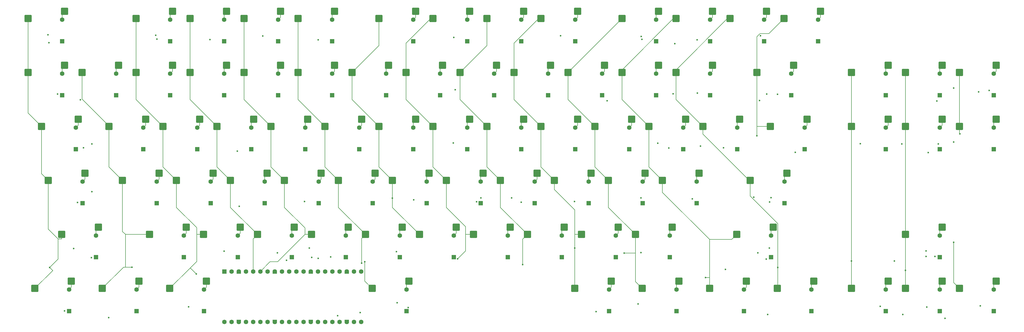
<source format=gbr>
%TF.GenerationSoftware,KiCad,Pcbnew,9.0.3*%
%TF.CreationDate,2025-08-10T17:49:01+02:00*%
%TF.ProjectId,Lucenox,4c756365-6e6f-4782-9e6b-696361645f70,rev?*%
%TF.SameCoordinates,Original*%
%TF.FileFunction,Copper,L4,Bot*%
%TF.FilePolarity,Positive*%
%FSLAX46Y46*%
G04 Gerber Fmt 4.6, Leading zero omitted, Abs format (unit mm)*
G04 Created by KiCad (PCBNEW 9.0.3) date 2025-08-10 17:49:01*
%MOMM*%
%LPD*%
G01*
G04 APERTURE LIST*
G04 Aperture macros list*
%AMRoundRect*
0 Rectangle with rounded corners*
0 $1 Rounding radius*
0 $2 $3 $4 $5 $6 $7 $8 $9 X,Y pos of 4 corners*
0 Add a 4 corners polygon primitive as box body*
4,1,4,$2,$3,$4,$5,$6,$7,$8,$9,$2,$3,0*
0 Add four circle primitives for the rounded corners*
1,1,$1+$1,$2,$3*
1,1,$1+$1,$4,$5*
1,1,$1+$1,$6,$7*
1,1,$1+$1,$8,$9*
0 Add four rect primitives between the rounded corners*
20,1,$1+$1,$2,$3,$4,$5,0*
20,1,$1+$1,$4,$5,$6,$7,0*
20,1,$1+$1,$6,$7,$8,$9,0*
20,1,$1+$1,$8,$9,$2,$3,0*%
%AMFreePoly0*
4,1,37,0.000000,0.796148,0.078414,0.796148,0.232228,0.765552,0.377117,0.705537,0.507515,0.618408,0.618408,0.507515,0.705537,0.377117,0.765552,0.232228,0.796148,0.078414,0.796148,-0.078414,0.765552,-0.232228,0.705537,-0.377117,0.618408,-0.507515,0.507515,-0.618408,0.377117,-0.705537,0.232228,-0.765552,0.078414,-0.796148,0.000000,-0.796148,0.000000,-0.800000,-0.600000,-0.800000,
-0.603843,-0.796157,-0.639018,-0.796157,-0.711114,-0.766294,-0.766294,-0.711114,-0.796157,-0.639018,-0.796157,-0.603843,-0.800000,-0.600000,-0.800000,0.600000,-0.796157,0.603843,-0.796157,0.639018,-0.766294,0.711114,-0.711114,0.766294,-0.639018,0.796157,-0.603843,0.796157,-0.600000,0.800000,0.000000,0.800000,0.000000,0.796148,0.000000,0.796148,$1*%
%AMFreePoly1*
4,1,37,0.603843,0.796157,0.639018,0.796157,0.711114,0.766294,0.766294,0.711114,0.796157,0.639018,0.796157,0.603843,0.800000,0.600000,0.800000,-0.600000,0.796157,-0.603843,0.796157,-0.639018,0.766294,-0.711114,0.711114,-0.766294,0.639018,-0.796157,0.603843,-0.796157,0.600000,-0.800000,0.000000,-0.800000,0.000000,-0.796148,-0.078414,-0.796148,-0.232228,-0.765552,-0.377117,-0.705537,
-0.507515,-0.618408,-0.618408,-0.507515,-0.705537,-0.377117,-0.765552,-0.232228,-0.796148,-0.078414,-0.796148,0.078414,-0.765552,0.232228,-0.705537,0.377117,-0.618408,0.507515,-0.507515,0.618408,-0.377117,0.705537,-0.232228,0.765552,-0.078414,0.796148,0.000000,0.796148,0.000000,0.800000,0.600000,0.800000,0.603843,0.796157,0.603843,0.796157,$1*%
G04 Aperture macros list end*
%TA.AperFunction,ComponentPad*%
%ADD10RoundRect,0.250000X0.550000X-0.550000X0.550000X0.550000X-0.550000X0.550000X-0.550000X-0.550000X0*%
%TD*%
%TA.AperFunction,ComponentPad*%
%ADD11C,1.600000*%
%TD*%
%TA.AperFunction,SMDPad,CuDef*%
%ADD12RoundRect,0.250000X-1.025000X-1.000000X1.025000X-1.000000X1.025000X1.000000X-1.025000X1.000000X0*%
%TD*%
%TA.AperFunction,ComponentPad*%
%ADD13FreePoly0,270.000000*%
%TD*%
%TA.AperFunction,ComponentPad*%
%ADD14FreePoly1,270.000000*%
%TD*%
%TA.AperFunction,ComponentPad*%
%ADD15RoundRect,0.200000X-0.600000X0.600000X-0.600000X-0.600000X0.600000X-0.600000X0.600000X0.600000X0*%
%TD*%
%TA.AperFunction,ViaPad*%
%ADD16C,0.600000*%
%TD*%
%TA.AperFunction,Conductor*%
%ADD17C,0.200000*%
%TD*%
G04 APERTURE END LIST*
D10*
%TO.P,D62,1,K*%
%TO.N,ROW1*%
X104130000Y-129600000D03*
D11*
%TO.P,D62,2,A*%
%TO.N,Net-(D62-A)*%
X104130000Y-121980000D03*
%TD*%
%TO.P,D84,2,A*%
%TO.N,Net-(D84-A)*%
X389880000Y-141030000D03*
D10*
%TO.P,D84,1,K*%
%TO.N,ROW0*%
X389880000Y-148650000D03*
%TD*%
D11*
%TO.P,D83,2,A*%
%TO.N,Net-(D83-A)*%
X370830000Y-141030000D03*
D10*
%TO.P,D83,1,K*%
%TO.N,ROW0*%
X370830000Y-148650000D03*
%TD*%
D11*
%TO.P,D82,2,A*%
%TO.N,Net-(D82-A)*%
X351780000Y-141030000D03*
D10*
%TO.P,D82,1,K*%
%TO.N,ROW0*%
X351780000Y-148650000D03*
%TD*%
D11*
%TO.P,D81,2,A*%
%TO.N,Net-(D81-A)*%
X325586300Y-141030000D03*
D10*
%TO.P,D81,1,K*%
%TO.N,ROW0*%
X325586300Y-148650000D03*
%TD*%
D11*
%TO.P,D80,2,A*%
%TO.N,Net-(D80-A)*%
X301773800Y-141030000D03*
D10*
%TO.P,D80,1,K*%
%TO.N,ROW0*%
X301773800Y-148650000D03*
%TD*%
D11*
%TO.P,D79,2,A*%
%TO.N,Net-(D79-A)*%
X277961300Y-141030000D03*
D10*
%TO.P,D79,1,K*%
%TO.N,ROW0*%
X277961300Y-148650000D03*
%TD*%
D11*
%TO.P,D78,2,A*%
%TO.N,Net-(D78-A)*%
X254148800Y-141030000D03*
D10*
%TO.P,D78,1,K*%
%TO.N,ROW0*%
X254148800Y-148650000D03*
%TD*%
D11*
%TO.P,D77,2,A*%
%TO.N,Net-(D77-A)*%
X182711300Y-141030000D03*
D10*
%TO.P,D77,1,K*%
%TO.N,ROW0*%
X182711300Y-148650000D03*
%TD*%
D11*
%TO.P,D76,2,A*%
%TO.N,Net-(D76-A)*%
X111273800Y-141030000D03*
D10*
%TO.P,D76,1,K*%
%TO.N,ROW0*%
X111273800Y-148650000D03*
%TD*%
D11*
%TO.P,D75,2,A*%
%TO.N,Net-(D75-A)*%
X87461300Y-141030000D03*
D10*
%TO.P,D75,1,K*%
%TO.N,ROW0*%
X87461300Y-148650000D03*
%TD*%
D11*
%TO.P,D74,2,A*%
%TO.N,Net-(D74-A)*%
X63648800Y-141030000D03*
D10*
%TO.P,D74,1,K*%
%TO.N,ROW0*%
X63648800Y-148650000D03*
%TD*%
D11*
%TO.P,D73,2,A*%
%TO.N,Net-(D73-A)*%
X370830000Y-121980000D03*
D10*
%TO.P,D73,1,K*%
%TO.N,ROW1*%
X370830000Y-129600000D03*
%TD*%
D11*
%TO.P,D72,2,A*%
%TO.N,Net-(D72-A)*%
X311298800Y-121980000D03*
D10*
%TO.P,D72,1,K*%
%TO.N,ROW1*%
X311298800Y-129600000D03*
%TD*%
D11*
%TO.P,D71,2,A*%
%TO.N,Net-(D71-A)*%
X275580000Y-121980000D03*
D10*
%TO.P,D71,1,K*%
%TO.N,ROW1*%
X275580000Y-129600000D03*
%TD*%
D11*
%TO.P,D70,2,A*%
%TO.N,Net-(D70-A)*%
X256530000Y-121980000D03*
D10*
%TO.P,D70,1,K*%
%TO.N,ROW1*%
X256530000Y-129600000D03*
%TD*%
D11*
%TO.P,D69,2,A*%
%TO.N,Net-(D69-A)*%
X237480000Y-121980000D03*
D10*
%TO.P,D69,1,K*%
%TO.N,ROW1*%
X237480000Y-129600000D03*
%TD*%
D11*
%TO.P,D68,2,A*%
%TO.N,Net-(D68-A)*%
X218430000Y-121980000D03*
D10*
%TO.P,D68,1,K*%
%TO.N,ROW1*%
X218430000Y-129600000D03*
%TD*%
D11*
%TO.P,D67,2,A*%
%TO.N,Net-(D67-A)*%
X199380000Y-121980000D03*
D10*
%TO.P,D67,1,K*%
%TO.N,ROW1*%
X199380000Y-129600000D03*
%TD*%
D11*
%TO.P,D66,2,A*%
%TO.N,Net-(D66-A)*%
X180330000Y-121980000D03*
D10*
%TO.P,D66,1,K*%
%TO.N,ROW1*%
X180330000Y-129600000D03*
%TD*%
D11*
%TO.P,D65,2,A*%
%TO.N,Net-(D65-A)*%
X161280000Y-121980000D03*
D10*
%TO.P,D65,1,K*%
%TO.N,ROW1*%
X161280000Y-129600000D03*
%TD*%
D11*
%TO.P,D64,2,A*%
%TO.N,Net-(D64-A)*%
X142230000Y-121980000D03*
D10*
%TO.P,D64,1,K*%
%TO.N,ROW1*%
X142230000Y-129600000D03*
%TD*%
D11*
%TO.P,D63,2,A*%
%TO.N,Net-(D63-A)*%
X123180000Y-121980000D03*
D10*
%TO.P,D63,1,K*%
%TO.N,ROW1*%
X123180000Y-129600000D03*
%TD*%
D11*
%TO.P,D61,2,A*%
%TO.N,Net-(D61-A)*%
X73173800Y-121980000D03*
D10*
%TO.P,D61,1,K*%
%TO.N,ROW1*%
X73173800Y-129600000D03*
%TD*%
D11*
%TO.P,D60,2,A*%
%TO.N,Net-(D60-A)*%
X316061300Y-102930000D03*
D10*
%TO.P,D60,1,K*%
%TO.N,ROW2*%
X316061300Y-110550000D03*
%TD*%
D11*
%TO.P,D59,2,A*%
%TO.N,Net-(D59-A)*%
X285105000Y-102930000D03*
D10*
%TO.P,D59,1,K*%
%TO.N,ROW2*%
X285105000Y-110550000D03*
%TD*%
D11*
%TO.P,D58,2,A*%
%TO.N,Net-(D58-A)*%
X266055000Y-102930000D03*
D10*
%TO.P,D58,1,K*%
%TO.N,ROW2*%
X266055000Y-110550000D03*
%TD*%
D11*
%TO.P,D57,2,A*%
%TO.N,Net-(D57-A)*%
X247005000Y-102930000D03*
D10*
%TO.P,D57,1,K*%
%TO.N,ROW2*%
X247005000Y-110550000D03*
%TD*%
D11*
%TO.P,D56,2,A*%
%TO.N,Net-(D56-A)*%
X227955000Y-102930000D03*
D10*
%TO.P,D56,1,K*%
%TO.N,ROW2*%
X227955000Y-110550000D03*
%TD*%
D11*
%TO.P,D55,2,A*%
%TO.N,Net-(D55-A)*%
X208905000Y-102930000D03*
D10*
%TO.P,D55,1,K*%
%TO.N,ROW2*%
X208905000Y-110550000D03*
%TD*%
D11*
%TO.P,D54,2,A*%
%TO.N,Net-(D54-A)*%
X189855000Y-102930000D03*
D10*
%TO.P,D54,1,K*%
%TO.N,ROW2*%
X189855000Y-110550000D03*
%TD*%
D11*
%TO.P,D53,2,A*%
%TO.N,Net-(D53-A)*%
X170805000Y-102930000D03*
D10*
%TO.P,D53,1,K*%
%TO.N,ROW2*%
X170805000Y-110550000D03*
%TD*%
D11*
%TO.P,D52,2,A*%
%TO.N,Net-(D52-A)*%
X151755000Y-102930000D03*
D10*
%TO.P,D52,1,K*%
%TO.N,ROW2*%
X151755000Y-110550000D03*
%TD*%
D11*
%TO.P,D51,2,A*%
%TO.N,Net-(D51-A)*%
X132705000Y-102930000D03*
D10*
%TO.P,D51,1,K*%
%TO.N,ROW2*%
X132705000Y-110550000D03*
%TD*%
D11*
%TO.P,D50,2,A*%
%TO.N,Net-(D50-A)*%
X113655000Y-102930000D03*
D10*
%TO.P,D50,1,K*%
%TO.N,ROW2*%
X113655000Y-110550000D03*
%TD*%
D11*
%TO.P,D49,2,A*%
%TO.N,Net-(D49-A)*%
X94605000Y-102930000D03*
D10*
%TO.P,D49,1,K*%
%TO.N,ROW2*%
X94605000Y-110550000D03*
%TD*%
D11*
%TO.P,D48,2,A*%
%TO.N,Net-(D48-A)*%
X68411300Y-102930000D03*
D10*
%TO.P,D48,1,K*%
%TO.N,ROW2*%
X68411300Y-110550000D03*
%TD*%
D11*
%TO.P,D47,2,A*%
%TO.N,Net-(D47-A)*%
X389880000Y-83880000D03*
D10*
%TO.P,D47,1,K*%
%TO.N,ROW3*%
X389880000Y-91500000D03*
%TD*%
D11*
%TO.P,D46,2,A*%
%TO.N,Net-(D46-A)*%
X370830000Y-83880000D03*
D10*
%TO.P,D46,1,K*%
%TO.N,ROW3*%
X370830000Y-91500000D03*
%TD*%
D11*
%TO.P,D45,2,A*%
%TO.N,Net-(D45-A)*%
X351780000Y-83880000D03*
D10*
%TO.P,D45,1,K*%
%TO.N,ROW3*%
X351780000Y-91500000D03*
%TD*%
D11*
%TO.P,D44,2,A*%
%TO.N,Net-(D44-A)*%
X323205000Y-83880000D03*
D10*
%TO.P,D44,1,K*%
%TO.N,ROW3*%
X323205000Y-91500000D03*
%TD*%
D11*
%TO.P,D43,2,A*%
%TO.N,Net-(D43-A)*%
X299392500Y-83880000D03*
D10*
%TO.P,D43,1,K*%
%TO.N,ROW3*%
X299392500Y-91500000D03*
%TD*%
D11*
%TO.P,D42,2,A*%
%TO.N,Net-(D42-A)*%
X280342500Y-83880000D03*
D10*
%TO.P,D42,1,K*%
%TO.N,ROW3*%
X280342500Y-91500000D03*
%TD*%
D11*
%TO.P,D41,2,A*%
%TO.N,Net-(D41-A)*%
X261292500Y-83880000D03*
D10*
%TO.P,D41,1,K*%
%TO.N,ROW3*%
X261292500Y-91500000D03*
%TD*%
D11*
%TO.P,D40,2,A*%
%TO.N,Net-(D40-A)*%
X242242500Y-83880000D03*
D10*
%TO.P,D40,1,K*%
%TO.N,ROW3*%
X242242500Y-91500000D03*
%TD*%
D11*
%TO.P,D39,2,A*%
%TO.N,Net-(D39-A)*%
X223192500Y-83880000D03*
D10*
%TO.P,D39,1,K*%
%TO.N,ROW3*%
X223192500Y-91500000D03*
%TD*%
D11*
%TO.P,D38,2,A*%
%TO.N,Net-(D38-A)*%
X204142500Y-83880000D03*
D10*
%TO.P,D38,1,K*%
%TO.N,ROW3*%
X204142500Y-91500000D03*
%TD*%
D11*
%TO.P,D37,2,A*%
%TO.N,Net-(D37-A)*%
X185092500Y-83880000D03*
D10*
%TO.P,D37,1,K*%
%TO.N,ROW3*%
X185092500Y-91500000D03*
%TD*%
D11*
%TO.P,D36,2,A*%
%TO.N,Net-(D36-A)*%
X166042500Y-83880000D03*
D10*
%TO.P,D36,1,K*%
%TO.N,ROW3*%
X166042500Y-91500000D03*
%TD*%
D11*
%TO.P,D35,2,A*%
%TO.N,Net-(D35-A)*%
X146992500Y-83880000D03*
D10*
%TO.P,D35,1,K*%
%TO.N,ROW3*%
X146992500Y-91500000D03*
%TD*%
D11*
%TO.P,D34,2,A*%
%TO.N,Net-(D34-A)*%
X127942500Y-83880000D03*
D10*
%TO.P,D34,1,K*%
%TO.N,ROW3*%
X127942500Y-91500000D03*
%TD*%
D11*
%TO.P,D33,2,A*%
%TO.N,Net-(D33-A)*%
X108892500Y-83880000D03*
D10*
%TO.P,D33,1,K*%
%TO.N,ROW3*%
X108892500Y-91500000D03*
%TD*%
D11*
%TO.P,D32,2,A*%
%TO.N,Net-(D32-A)*%
X89842500Y-83880000D03*
D10*
%TO.P,D32,1,K*%
%TO.N,ROW3*%
X89842500Y-91500000D03*
%TD*%
D11*
%TO.P,D31,2,A*%
%TO.N,Net-(D31-A)*%
X66030000Y-83880000D03*
D10*
%TO.P,D31,1,K*%
%TO.N,ROW3*%
X66030000Y-91500000D03*
%TD*%
D11*
%TO.P,D30,2,A*%
%TO.N,Net-(D30-A)*%
X389880000Y-64830000D03*
D10*
%TO.P,D30,1,K*%
%TO.N,ROW4*%
X389880000Y-72450000D03*
%TD*%
D11*
%TO.P,D29,2,A*%
%TO.N,Net-(D29-A)*%
X370830000Y-64830000D03*
D10*
%TO.P,D29,1,K*%
%TO.N,ROW4*%
X370830000Y-72450000D03*
%TD*%
D11*
%TO.P,D28,2,A*%
%TO.N,Net-(D28-A)*%
X351780000Y-64830000D03*
D10*
%TO.P,D28,1,K*%
%TO.N,ROW4*%
X351780000Y-72450000D03*
%TD*%
D11*
%TO.P,D27,2,A*%
%TO.N,Net-(D27-A)*%
X318442500Y-64830000D03*
D10*
%TO.P,D27,1,K*%
%TO.N,ROW4*%
X318442500Y-72450000D03*
%TD*%
D11*
%TO.P,D26,2,A*%
%TO.N,Net-(D26-A)*%
X289867500Y-64830000D03*
D10*
%TO.P,D26,1,K*%
%TO.N,ROW4*%
X289867500Y-72450000D03*
%TD*%
D11*
%TO.P,D25,2,A*%
%TO.N,Net-(D25-A)*%
X270817500Y-64830000D03*
D10*
%TO.P,D25,1,K*%
%TO.N,ROW4*%
X270817500Y-72450000D03*
%TD*%
D11*
%TO.P,D24,2,A*%
%TO.N,Net-(D24-A)*%
X251767500Y-64830000D03*
D10*
%TO.P,D24,1,K*%
%TO.N,ROW4*%
X251767500Y-72450000D03*
%TD*%
D11*
%TO.P,D23,2,A*%
%TO.N,Net-(D23-A)*%
X232717500Y-64830000D03*
D10*
%TO.P,D23,1,K*%
%TO.N,ROW4*%
X232717500Y-72450000D03*
%TD*%
D11*
%TO.P,D22,2,A*%
%TO.N,Net-(D22-A)*%
X213667500Y-64830000D03*
D10*
%TO.P,D22,1,K*%
%TO.N,ROW4*%
X213667500Y-72450000D03*
%TD*%
D11*
%TO.P,D21,2,A*%
%TO.N,Net-(D21-A)*%
X194617500Y-64830000D03*
D10*
%TO.P,D21,1,K*%
%TO.N,ROW4*%
X194617500Y-72450000D03*
%TD*%
D11*
%TO.P,D20,2,A*%
%TO.N,Net-(D20-A)*%
X175567500Y-64830000D03*
D10*
%TO.P,D20,1,K*%
%TO.N,ROW4*%
X175567500Y-72450000D03*
%TD*%
D11*
%TO.P,D19,2,A*%
%TO.N,Net-(D19-A)*%
X156517500Y-64830000D03*
D10*
%TO.P,D19,1,K*%
%TO.N,ROW4*%
X156517500Y-72450000D03*
%TD*%
D11*
%TO.P,D18,2,A*%
%TO.N,Net-(D18-A)*%
X137467500Y-64830000D03*
D10*
%TO.P,D18,1,K*%
%TO.N,ROW4*%
X137467500Y-72450000D03*
%TD*%
D11*
%TO.P,D17,2,A*%
%TO.N,Net-(D17-A)*%
X118417500Y-64830000D03*
D10*
%TO.P,D17,1,K*%
%TO.N,ROW4*%
X118417500Y-72450000D03*
%TD*%
D11*
%TO.P,D16,2,A*%
%TO.N,Net-(D16-A)*%
X99367500Y-64830000D03*
D10*
%TO.P,D16,1,K*%
%TO.N,ROW4*%
X99367500Y-72450000D03*
%TD*%
D11*
%TO.P,D15,2,A*%
%TO.N,Net-(D15-A)*%
X80317500Y-64830000D03*
D10*
%TO.P,D15,1,K*%
%TO.N,ROW4*%
X80317500Y-72450000D03*
%TD*%
D11*
%TO.P,D14,2,A*%
%TO.N,Net-(D14-A)*%
X61267500Y-64830000D03*
D10*
%TO.P,D14,1,K*%
%TO.N,ROW4*%
X61267500Y-72450000D03*
%TD*%
D11*
%TO.P,D13,2,A*%
%TO.N,Net-(D13-A)*%
X327967500Y-45780000D03*
D10*
%TO.P,D13,1,K*%
%TO.N,ROW5*%
X327967500Y-53400000D03*
%TD*%
D11*
%TO.P,D12,2,A*%
%TO.N,Net-(D12-A)*%
X308917500Y-45780000D03*
D10*
%TO.P,D12,1,K*%
%TO.N,ROW5*%
X308917500Y-53400000D03*
%TD*%
D11*
%TO.P,D11,2,A*%
%TO.N,Net-(D11-A)*%
X289867500Y-45780000D03*
D10*
%TO.P,D11,1,K*%
%TO.N,ROW5*%
X289867500Y-53400000D03*
%TD*%
D11*
%TO.P,D10,2,A*%
%TO.N,Net-(D10-A)*%
X270817500Y-45780000D03*
D10*
%TO.P,D10,1,K*%
%TO.N,ROW5*%
X270817500Y-53400000D03*
%TD*%
D11*
%TO.P,D9,2,A*%
%TO.N,Net-(D9-A)*%
X242242500Y-45780000D03*
D10*
%TO.P,D9,1,K*%
%TO.N,ROW5*%
X242242500Y-53400000D03*
%TD*%
D11*
%TO.P,D8,2,A*%
%TO.N,Net-(D8-A)*%
X223192500Y-45780000D03*
D10*
%TO.P,D8,1,K*%
%TO.N,ROW5*%
X223192500Y-53400000D03*
%TD*%
D11*
%TO.P,D7,2,A*%
%TO.N,Net-(D7-A)*%
X204142500Y-45780000D03*
D10*
%TO.P,D7,1,K*%
%TO.N,ROW5*%
X204142500Y-53400000D03*
%TD*%
D11*
%TO.P,D6,2,A*%
%TO.N,Net-(D6-A)*%
X185092500Y-45780000D03*
D10*
%TO.P,D6,1,K*%
%TO.N,ROW5*%
X185092500Y-53400000D03*
%TD*%
D11*
%TO.P,D5,2,A*%
%TO.N,Net-(D5-A)*%
X156517500Y-45780000D03*
D10*
%TO.P,D5,1,K*%
%TO.N,ROW5*%
X156517500Y-53400000D03*
%TD*%
D11*
%TO.P,D4,2,A*%
%TO.N,Net-(D4-A)*%
X137467500Y-45780000D03*
D10*
%TO.P,D4,1,K*%
%TO.N,ROW5*%
X137467500Y-53400000D03*
%TD*%
D11*
%TO.P,D3,2,A*%
%TO.N,Net-(D3-A)*%
X118417500Y-45780000D03*
D10*
%TO.P,D3,1,K*%
%TO.N,ROW5*%
X118417500Y-53400000D03*
%TD*%
D11*
%TO.P,D2,2,A*%
%TO.N,Net-(D2-A)*%
X99367500Y-45780000D03*
D10*
%TO.P,D2,1,K*%
%TO.N,ROW5*%
X99367500Y-53400000D03*
%TD*%
D11*
%TO.P,D1,2,A*%
%TO.N,Net-(D1-A)*%
X61267500Y-45780000D03*
D10*
%TO.P,D1,1,K*%
%TO.N,ROW5*%
X61267500Y-53400000D03*
%TD*%
D12*
%TO.P,SW_12,2,2*%
%TO.N,Net-(D12-A)*%
X309759500Y-42820000D03*
%TO.P,SW_12,1,1*%
%TO.N,COL12*%
X296832500Y-45360000D03*
%TD*%
%TO.P,SW_71,2,2*%
%TO.N,Net-(D71-A)*%
X276422000Y-119020000D03*
%TO.P,SW_71,1,1*%
%TO.N,COL10*%
X263495000Y-121560000D03*
%TD*%
%TO.P,SW_45,2,2*%
%TO.N,Net-(D45-A)*%
X352622000Y-80920000D03*
%TO.P,SW_45,1,1*%
%TO.N,COL14*%
X339695000Y-83460000D03*
%TD*%
%TO.P,SW_37,2,2*%
%TO.N,Net-(D37-A)*%
X185934500Y-80920000D03*
%TO.P,SW_37,1,1*%
%TO.N,COL6*%
X173007500Y-83460000D03*
%TD*%
%TO.P,SW_16,2,2*%
%TO.N,Net-(D16-A)*%
X100209500Y-61870000D03*
%TO.P,SW_16,1,1*%
%TO.N,COL2*%
X87282500Y-64410000D03*
%TD*%
%TO.P,SW_60,2,2*%
%TO.N,Net-(D60-A)*%
X316903300Y-99970000D03*
%TO.P,SW_60,1,1*%
%TO.N,COL12*%
X303976300Y-102510000D03*
%TD*%
%TO.P,SW_14,2,2*%
%TO.N,Net-(D14-A)*%
X62109500Y-61870000D03*
%TO.P,SW_14,1,1*%
%TO.N,COL0*%
X49182500Y-64410000D03*
%TD*%
%TO.P,SW_72,2,2*%
%TO.N,Net-(D72-A)*%
X312140800Y-119020000D03*
%TO.P,SW_72,1,1*%
%TO.N,COL11*%
X299213800Y-121560000D03*
%TD*%
%TO.P,SW_7,2,2*%
%TO.N,Net-(D7-A)*%
X204984500Y-42820000D03*
%TO.P,SW_7,1,1*%
%TO.N,COL7*%
X192057500Y-45360000D03*
%TD*%
%TO.P,SW_43,2,2*%
%TO.N,Net-(D43-A)*%
X300234500Y-80920000D03*
%TO.P,SW_43,1,1*%
%TO.N,COL12*%
X287307500Y-83460000D03*
%TD*%
%TO.P,SW_11,2,2*%
%TO.N,Net-(D11-A)*%
X290709500Y-42820000D03*
%TO.P,SW_11,1,1*%
%TO.N,COL11*%
X277782500Y-45360000D03*
%TD*%
%TO.P,SW_24,2,2*%
%TO.N,Net-(D24-A)*%
X252609500Y-61870000D03*
%TO.P,SW_24,1,1*%
%TO.N,COL10*%
X239682500Y-64410000D03*
%TD*%
%TO.P,SW_84,2,2*%
%TO.N,Net-(D84-A)*%
X390722000Y-138070000D03*
%TO.P,SW_84,1,1*%
%TO.N,COL16*%
X377795000Y-140610000D03*
%TD*%
%TO.P,SW_34,2,2*%
%TO.N,Net-(D34-A)*%
X128784500Y-80920000D03*
%TO.P,SW_34,1,1*%
%TO.N,COL3*%
X115857500Y-83460000D03*
%TD*%
%TO.P,SW_54,2,2*%
%TO.N,Net-(D54-A)*%
X190697000Y-99970000D03*
%TO.P,SW_54,1,1*%
%TO.N,COL6*%
X177770000Y-102510000D03*
%TD*%
%TO.P,SW_49,2,2*%
%TO.N,Net-(D49-A)*%
X95447000Y-99970000D03*
%TO.P,SW_49,1,1*%
%TO.N,COL1*%
X82520000Y-102510000D03*
%TD*%
%TO.P,SW_19,2,2*%
%TO.N,Net-(D19-A)*%
X157359500Y-61870000D03*
%TO.P,SW_19,1,1*%
%TO.N,COL5*%
X144432500Y-64410000D03*
%TD*%
%TO.P,SW_8,2,2*%
%TO.N,Net-(D8-A)*%
X224034500Y-42820000D03*
%TO.P,SW_8,1,1*%
%TO.N,COL8*%
X211107500Y-45360000D03*
%TD*%
%TO.P,SW_26,2,2*%
%TO.N,Net-(D26-A)*%
X290709500Y-61870000D03*
%TO.P,SW_26,1,1*%
%TO.N,COL12*%
X277782500Y-64410000D03*
%TD*%
%TO.P,SW_13,2,2*%
%TO.N,Net-(D13-A)*%
X328809500Y-42820000D03*
%TO.P,SW_13,1,1*%
%TO.N,COL13*%
X315882500Y-45360000D03*
%TD*%
%TO.P,SW_33,2,2*%
%TO.N,Net-(D33-A)*%
X109734500Y-80920000D03*
%TO.P,SW_33,1,1*%
%TO.N,COL2*%
X96807500Y-83460000D03*
%TD*%
%TO.P,SW_58,2,2*%
%TO.N,Net-(D58-A)*%
X266897000Y-99970000D03*
%TO.P,SW_58,1,1*%
%TO.N,COL10*%
X253970000Y-102510000D03*
%TD*%
%TO.P,SW_17,2,2*%
%TO.N,Net-(D17-A)*%
X119259500Y-61870000D03*
%TO.P,SW_17,1,1*%
%TO.N,COL3*%
X106332500Y-64410000D03*
%TD*%
%TO.P,SW_9,2,2*%
%TO.N,Net-(D9-A)*%
X243084500Y-42820000D03*
%TO.P,SW_9,1,1*%
%TO.N,COL9*%
X230157500Y-45360000D03*
%TD*%
%TO.P,SW_75,2,2*%
%TO.N,Net-(D75-A)*%
X88303300Y-138070000D03*
%TO.P,SW_75,1,1*%
%TO.N,COL1*%
X75376300Y-140610000D03*
%TD*%
%TO.P,SW_79,2,2*%
%TO.N,Net-(D79-A)*%
X278803300Y-138070000D03*
%TO.P,SW_79,1,1*%
%TO.N,COL10*%
X265876300Y-140610000D03*
%TD*%
%TO.P,SW_62,2,2*%
%TO.N,Net-(D62-A)*%
X104972000Y-119020000D03*
%TO.P,SW_62,1,1*%
%TO.N,COL1*%
X92045000Y-121560000D03*
%TD*%
%TO.P,SW_82,2,2*%
%TO.N,Net-(D82-A)*%
X352622000Y-138070000D03*
%TO.P,SW_82,1,1*%
%TO.N,COL14*%
X339695000Y-140610000D03*
%TD*%
%TO.P,SW_66,2,2*%
%TO.N,Net-(D66-A)*%
X181172000Y-119020000D03*
%TO.P,SW_66,1,1*%
%TO.N,COL5*%
X168245000Y-121560000D03*
%TD*%
%TO.P,SW_47,2,2*%
%TO.N,Net-(D47-A)*%
X390722000Y-80920000D03*
%TO.P,SW_47,1,1*%
%TO.N,COL16*%
X377795000Y-83460000D03*
%TD*%
%TO.P,SW_35,2,2*%
%TO.N,Net-(D35-A)*%
X147834500Y-80920000D03*
%TO.P,SW_35,1,1*%
%TO.N,COL4*%
X134907500Y-83460000D03*
%TD*%
%TO.P,SW_55,2,2*%
%TO.N,Net-(D55-A)*%
X209747000Y-99970000D03*
%TO.P,SW_55,1,1*%
%TO.N,COL7*%
X196820000Y-102510000D03*
%TD*%
%TO.P,SW_59,2,2*%
%TO.N,Net-(D59-A)*%
X285947000Y-99970000D03*
%TO.P,SW_59,1,1*%
%TO.N,COL11*%
X273020000Y-102510000D03*
%TD*%
%TO.P,SW_56,2,2*%
%TO.N,Net-(D56-A)*%
X228797000Y-99970000D03*
%TO.P,SW_56,1,1*%
%TO.N,COL8*%
X215870000Y-102510000D03*
%TD*%
%TO.P,SW_39,2,2*%
%TO.N,Net-(D39-A)*%
X224034500Y-80920000D03*
%TO.P,SW_39,1,1*%
%TO.N,COL8*%
X211107500Y-83460000D03*
%TD*%
%TO.P,SW_28,2,2*%
%TO.N,Net-(D28-A)*%
X352622000Y-61870000D03*
%TO.P,SW_28,1,1*%
%TO.N,COL14*%
X339695000Y-64410000D03*
%TD*%
%TO.P,SW_65,2,2*%
%TO.N,Net-(D65-A)*%
X162122000Y-119020000D03*
%TO.P,SW_65,1,1*%
%TO.N,COL4*%
X149195000Y-121560000D03*
%TD*%
%TO.P,SW_57,2,2*%
%TO.N,Net-(D57-A)*%
X247847000Y-99970000D03*
%TO.P,SW_57,1,1*%
%TO.N,COL9*%
X234920000Y-102510000D03*
%TD*%
%TO.P,SW_30,2,2*%
%TO.N,Net-(D30-A)*%
X390722000Y-61870000D03*
%TO.P,SW_30,1,1*%
%TO.N,COL16*%
X377795000Y-64410000D03*
%TD*%
%TO.P,SW_36,2,2*%
%TO.N,Net-(D36-A)*%
X166884500Y-80920000D03*
%TO.P,SW_36,1,1*%
%TO.N,COL5*%
X153957500Y-83460000D03*
%TD*%
%TO.P,SW_52,2,2*%
%TO.N,Net-(D52-A)*%
X152597000Y-99970000D03*
%TO.P,SW_52,1,1*%
%TO.N,COL4*%
X139670000Y-102510000D03*
%TD*%
%TO.P,SW_5,2,2*%
%TO.N,Net-(D5-A)*%
X157359500Y-42820000D03*
%TO.P,SW_5,1,1*%
%TO.N,COL5*%
X144432500Y-45360000D03*
%TD*%
%TO.P,SW_76,2,2*%
%TO.N,Net-(D76-A)*%
X112115800Y-138070000D03*
%TO.P,SW_76,1,1*%
%TO.N,COL2*%
X99188800Y-140610000D03*
%TD*%
%TO.P,SW_63,2,2*%
%TO.N,Net-(D63-A)*%
X124022000Y-119020000D03*
%TO.P,SW_63,1,1*%
%TO.N,COL2*%
X111095000Y-121560000D03*
%TD*%
%TO.P,SW_41,2,2*%
%TO.N,Net-(D41-A)*%
X262134500Y-80920000D03*
%TO.P,SW_41,1,1*%
%TO.N,COL10*%
X249207500Y-83460000D03*
%TD*%
%TO.P,SW_74,2,2*%
%TO.N,Net-(D74-A)*%
X64490800Y-138070000D03*
%TO.P,SW_74,1,1*%
%TO.N,COL0*%
X51563800Y-140610000D03*
%TD*%
%TO.P,SW_51,2,2*%
%TO.N,Net-(D51-A)*%
X133547000Y-99970000D03*
%TO.P,SW_51,1,1*%
%TO.N,COL3*%
X120620000Y-102510000D03*
%TD*%
%TO.P,SW_2,2,2*%
%TO.N,Net-(D2-A)*%
X100209500Y-42820000D03*
%TO.P,SW_2,1,1*%
%TO.N,COL2*%
X87282500Y-45360000D03*
%TD*%
%TO.P,SW_61,2,2*%
%TO.N,Net-(D61-A)*%
X74015800Y-119020000D03*
%TO.P,SW_61,1,1*%
%TO.N,COL0*%
X61088800Y-121560000D03*
%TD*%
%TO.P,SW_78,2,2*%
%TO.N,Net-(D78-A)*%
X254990800Y-138070000D03*
%TO.P,SW_78,1,1*%
%TO.N,COL9*%
X242063800Y-140610000D03*
%TD*%
%TO.P,SW_68,2,2*%
%TO.N,Net-(D68-A)*%
X219272000Y-119020000D03*
%TO.P,SW_68,1,1*%
%TO.N,COL7*%
X206345000Y-121560000D03*
%TD*%
%TO.P,SW_53,2,2*%
%TO.N,Net-(D53-A)*%
X171647000Y-99970000D03*
%TO.P,SW_53,1,1*%
%TO.N,COL5*%
X158720000Y-102510000D03*
%TD*%
%TO.P,SW_69,2,2*%
%TO.N,Net-(D69-A)*%
X238322000Y-119020000D03*
%TO.P,SW_69,1,1*%
%TO.N,COL8*%
X225395000Y-121560000D03*
%TD*%
%TO.P,SW_48,2,2*%
%TO.N,Net-(D48-A)*%
X69253300Y-99970000D03*
%TO.P,SW_48,1,1*%
%TO.N,COL0*%
X56326300Y-102510000D03*
%TD*%
%TO.P,SW_29,2,2*%
%TO.N,Net-(D29-A)*%
X371672000Y-61870000D03*
%TO.P,SW_29,1,1*%
%TO.N,COL15*%
X358745000Y-64410000D03*
%TD*%
%TO.P,SW_50,2,2*%
%TO.N,Net-(D50-A)*%
X114497000Y-99970000D03*
%TO.P,SW_50,1,1*%
%TO.N,COL2*%
X101570000Y-102510000D03*
%TD*%
%TO.P,SW_20,2,2*%
%TO.N,Net-(D20-A)*%
X176409500Y-61870000D03*
%TO.P,SW_20,1,1*%
%TO.N,COL6*%
X163482500Y-64410000D03*
%TD*%
%TO.P,SW_15,2,2*%
%TO.N,Net-(D15-A)*%
X81159500Y-61870000D03*
%TO.P,SW_15,1,1*%
%TO.N,COL1*%
X68232500Y-64410000D03*
%TD*%
%TO.P,SW_32,2,2*%
%TO.N,Net-(D32-A)*%
X90684500Y-80920000D03*
%TO.P,SW_32,1,1*%
%TO.N,COL1*%
X77757500Y-83460000D03*
%TD*%
%TO.P,SW_1,2,2*%
%TO.N,Net-(D1-A)*%
X62109500Y-42820000D03*
%TO.P,SW_1,1,1*%
%TO.N,COL0*%
X49182500Y-45360000D03*
%TD*%
%TO.P,SW_83,2,2*%
%TO.N,Net-(D83-A)*%
X371672000Y-138070000D03*
%TO.P,SW_83,1,1*%
%TO.N,COL15*%
X358745000Y-140610000D03*
%TD*%
%TO.P,SW_81,2,2*%
%TO.N,Net-(D81-A)*%
X326428300Y-138070000D03*
%TO.P,SW_81,1,1*%
%TO.N,COL12*%
X313501300Y-140610000D03*
%TD*%
%TO.P,SW_44,2,2*%
%TO.N,Net-(D44-A)*%
X324047000Y-80920000D03*
%TO.P,SW_44,1,1*%
%TO.N,COL13*%
X311120000Y-83460000D03*
%TD*%
%TO.P,SW_23,2,2*%
%TO.N,Net-(D23-A)*%
X233559500Y-61870000D03*
%TO.P,SW_23,1,1*%
%TO.N,COL9*%
X220632500Y-64410000D03*
%TD*%
%TO.P,SW_18,2,2*%
%TO.N,Net-(D18-A)*%
X138309500Y-61870000D03*
%TO.P,SW_18,1,1*%
%TO.N,COL4*%
X125382500Y-64410000D03*
%TD*%
%TO.P,SW_40,2,2*%
%TO.N,Net-(D40-A)*%
X243084500Y-80920000D03*
%TO.P,SW_40,1,1*%
%TO.N,COL9*%
X230157500Y-83460000D03*
%TD*%
%TO.P,SW_67,2,2*%
%TO.N,Net-(D67-A)*%
X200222000Y-119020000D03*
%TO.P,SW_67,1,1*%
%TO.N,COL6*%
X187295000Y-121560000D03*
%TD*%
%TO.P,SW_3,2,2*%
%TO.N,Net-(D3-A)*%
X119259500Y-42820000D03*
%TO.P,SW_3,1,1*%
%TO.N,COL3*%
X106332500Y-45360000D03*
%TD*%
%TO.P,SW_42,2,2*%
%TO.N,Net-(D42-A)*%
X281184500Y-80920000D03*
%TO.P,SW_42,1,1*%
%TO.N,COL11*%
X268257500Y-83460000D03*
%TD*%
%TO.P,SW_27,2,2*%
%TO.N,Net-(D27-A)*%
X319284500Y-61870000D03*
%TO.P,SW_27,1,1*%
%TO.N,COL13*%
X306357500Y-64410000D03*
%TD*%
%TO.P,SW_4,2,2*%
%TO.N,Net-(D4-A)*%
X138309500Y-42820000D03*
%TO.P,SW_4,1,1*%
%TO.N,COL4*%
X125382500Y-45360000D03*
%TD*%
%TO.P,SW_64,2,2*%
%TO.N,Net-(D64-A)*%
X143072000Y-119020000D03*
%TO.P,SW_64,1,1*%
%TO.N,COL3*%
X130145000Y-121560000D03*
%TD*%
%TO.P,SW_80,2,2*%
%TO.N,Net-(D80-A)*%
X302615800Y-138070000D03*
%TO.P,SW_80,1,1*%
%TO.N,COL11*%
X289688800Y-140610000D03*
%TD*%
%TO.P,SW_6,2,2*%
%TO.N,Net-(D6-A)*%
X185934500Y-42820000D03*
%TO.P,SW_6,1,1*%
%TO.N,COL6*%
X173007500Y-45360000D03*
%TD*%
%TO.P,SW_21,2,2*%
%TO.N,Net-(D21-A)*%
X195459500Y-61870000D03*
%TO.P,SW_21,1,1*%
%TO.N,COL7*%
X182532500Y-64410000D03*
%TD*%
%TO.P,SW_77,2,2*%
%TO.N,Net-(D77-A)*%
X183553300Y-138070000D03*
%TO.P,SW_77,1,1*%
%TO.N,COL3*%
X170626300Y-140610000D03*
%TD*%
%TO.P,SW_73,2,2*%
%TO.N,Net-(D73-A)*%
X371672000Y-119020000D03*
%TO.P,SW_73,1,1*%
%TO.N,COL15*%
X358745000Y-121560000D03*
%TD*%
%TO.P,SW_46,2,2*%
%TO.N,Net-(D46-A)*%
X371672000Y-80920000D03*
%TO.P,SW_46,1,1*%
%TO.N,COL15*%
X358745000Y-83460000D03*
%TD*%
%TO.P,SW_31,2,2*%
%TO.N,Net-(D31-A)*%
X66872000Y-80920000D03*
%TO.P,SW_31,1,1*%
%TO.N,COL0*%
X53945000Y-83460000D03*
%TD*%
%TO.P,SW_38,2,2*%
%TO.N,Net-(D38-A)*%
X204984500Y-80920000D03*
%TO.P,SW_38,1,1*%
%TO.N,COL7*%
X192057500Y-83460000D03*
%TD*%
%TO.P,SW_25,2,2*%
%TO.N,Net-(D25-A)*%
X271659500Y-61870000D03*
%TO.P,SW_25,1,1*%
%TO.N,COL11*%
X258732500Y-64410000D03*
%TD*%
%TO.P,SW_10,2,2*%
%TO.N,Net-(D10-A)*%
X271659500Y-42820000D03*
%TO.P,SW_10,1,1*%
%TO.N,COL10*%
X258732500Y-45360000D03*
%TD*%
%TO.P,SW_22,2,2*%
%TO.N,Net-(D22-A)*%
X214509500Y-61870000D03*
%TO.P,SW_22,1,1*%
%TO.N,COL8*%
X201582500Y-64410000D03*
%TD*%
%TO.P,SW_70,2,2*%
%TO.N,Net-(D70-A)*%
X257372000Y-119020000D03*
%TO.P,SW_70,1,1*%
%TO.N,COL9*%
X244445000Y-121560000D03*
%TD*%
D11*
%TO.P,A1,40,VBUS*%
%TO.N,5V*%
X118432500Y-152390000D03*
%TO.P,A1,39,VSYS*%
%TO.N,unconnected-(A1-VSYS-Pad39)*%
X120972500Y-152390000D03*
D13*
%TO.P,A1,38,GND*%
%TO.N,GND*%
X123512500Y-152390000D03*
D11*
%TO.P,A1,37,3V3_EN*%
%TO.N,unconnected-(A1-3V3_EN-Pad37)*%
X126052500Y-152390000D03*
%TO.P,A1,36,3V3*%
%TO.N,unconnected-(A1-3V3-Pad36)*%
X128592500Y-152390000D03*
%TO.P,A1,35,ADC_VREF*%
%TO.N,unconnected-(A1-ADC_VREF-Pad35)*%
X131132500Y-152390000D03*
%TO.P,A1,34,GPIO28_ADC2*%
%TO.N,unconnected-(A1-GPIO28_ADC2-Pad34)*%
X133672500Y-152390000D03*
D13*
%TO.P,A1,33,AGND*%
%TO.N,unconnected-(A1-AGND-Pad33)*%
X136212500Y-152390000D03*
D11*
%TO.P,A1,32,GPIO27_ADC1*%
%TO.N,unconnected-(A1-GPIO27_ADC1-Pad32)*%
X138752500Y-152390000D03*
%TO.P,A1,31,GPIO26_ADC0*%
%TO.N,RGB*%
X141292500Y-152390000D03*
%TO.P,A1,30,RUN*%
%TO.N,unconnected-(A1-RUN-Pad30)*%
X143832500Y-152390000D03*
%TO.P,A1,29,GPIO22*%
%TO.N,ROW5*%
X146372500Y-152390000D03*
D13*
%TO.P,A1,28,GND*%
%TO.N,GND*%
X148912500Y-152390000D03*
D11*
%TO.P,A1,27,GPIO21*%
%TO.N,ROW4*%
X151452500Y-152390000D03*
%TO.P,A1,26,GPIO20*%
%TO.N,ROW3*%
X153992500Y-152390000D03*
%TO.P,A1,25,GPIO19*%
%TO.N,ROW2*%
X156532500Y-152390000D03*
%TO.P,A1,24,GPIO18*%
%TO.N,ROW1*%
X159072500Y-152390000D03*
D13*
%TO.P,A1,23,GND*%
%TO.N,GND*%
X161612500Y-152390000D03*
D11*
%TO.P,A1,22,GPIO17*%
%TO.N,ROW0*%
X164152500Y-152390000D03*
%TO.P,A1,21,GPIO16*%
%TO.N,COL16*%
X166692500Y-152390000D03*
%TO.P,A1,20,GPIO15*%
%TO.N,COL15*%
X166692500Y-134610000D03*
%TO.P,A1,19,GPIO14*%
%TO.N,COL14*%
X164152500Y-134610000D03*
D14*
%TO.P,A1,18,GND*%
%TO.N,GND*%
X161612500Y-134610000D03*
D11*
%TO.P,A1,17,GPIO13*%
%TO.N,COL13*%
X159072500Y-134610000D03*
%TO.P,A1,16,GPIO12*%
%TO.N,COL12*%
X156532500Y-134610000D03*
%TO.P,A1,15,GPIO11*%
%TO.N,COL11*%
X153992500Y-134610000D03*
%TO.P,A1,14,GPIO10*%
%TO.N,COL10*%
X151452500Y-134610000D03*
D14*
%TO.P,A1,13,GND*%
%TO.N,GND*%
X148912500Y-134610000D03*
D11*
%TO.P,A1,12,GPIO9*%
%TO.N,COL9*%
X146372500Y-134610000D03*
%TO.P,A1,11,GPIO8*%
%TO.N,COL8*%
X143832500Y-134610000D03*
%TO.P,A1,10,GPIO7*%
%TO.N,COL7*%
X141292500Y-134610000D03*
%TO.P,A1,9,GPIO6*%
%TO.N,COL6*%
X138752500Y-134610000D03*
D14*
%TO.P,A1,8,GND*%
%TO.N,GND*%
X136212500Y-134610000D03*
D11*
%TO.P,A1,7,GPIO5*%
%TO.N,COL5*%
X133672500Y-134610000D03*
%TO.P,A1,6,GPIO4*%
%TO.N,COL4*%
X131132500Y-134610000D03*
%TO.P,A1,5,GPIO3*%
%TO.N,COL3*%
X128592500Y-134610000D03*
%TO.P,A1,4,GPIO2*%
%TO.N,COL2*%
X126052500Y-134610000D03*
D14*
%TO.P,A1,3,GND*%
%TO.N,GND*%
X123512500Y-134610000D03*
D11*
%TO.P,A1,2,GPIO1*%
%TO.N,COL1*%
X120972500Y-134610000D03*
D15*
%TO.P,A1,1,GPIO0*%
%TO.N,COL0*%
X118432500Y-134610000D03*
%TD*%
D16*
%TO.N,Net-(LED77-DOUT)*%
X183319400Y-147346000D03*
X249583000Y-148768400D03*
%TO.N,Net-(LED76-DOUT)*%
X158467200Y-150247000D03*
X105845700Y-147091600D03*
%TO.N,Net-(LED73-DOUT)*%
X62074900Y-148520800D03*
X65303100Y-126550000D03*
X366041400Y-127398700D03*
%TO.N,Net-(LED64-DOUT)*%
X137170400Y-128046200D03*
X156002400Y-129478700D03*
%TO.N,Net-(LED56-DOUT)*%
X242006900Y-109954600D03*
X219834100Y-108685800D03*
%TO.N,Net-(LED55-DOUT)*%
X209016300Y-108663300D03*
X223201700Y-110144800D03*
%TO.N,Net-(LED54-DOUT)*%
X185250500Y-109300200D03*
X207462500Y-109975800D03*
%TO.N,Net-(LED47-DOUT)*%
X370356700Y-89625000D03*
X71733400Y-89625000D03*
X66612100Y-110263300D03*
%TO.N,Net-(LED45-DOUT)*%
X357503300Y-89569200D03*
X342844800Y-89538200D03*
%TO.N,Net-(LED42-DOUT)*%
X275249000Y-91044400D03*
X294557900Y-90973900D03*
X271361300Y-89389300D03*
%TO.N,Net-(LED30-DOUT)*%
X384615600Y-71207100D03*
X68753000Y-90925800D03*
X67697700Y-74048900D03*
%TO.N,Net-(LED26-DOUT)*%
X313608200Y-72054400D03*
X285314600Y-71675400D03*
%TO.N,Net-(LED13-DOUT)*%
X307571400Y-51411600D03*
X307234000Y-74304200D03*
X59642000Y-72006600D03*
%TO.N,Net-(LED10-DOUT)*%
X285284000Y-52825800D03*
X265575300Y-51704300D03*
%TO.N,Net-(LED10-DIN)*%
X237102000Y-51414500D03*
X265817500Y-52652100D03*
%TO.N,Net-(LED4-DOUT)*%
X132036500Y-51472100D03*
X151590800Y-52825800D03*
%TO.N,Net-(LED2-DOUT)*%
X94237800Y-51232300D03*
X113417900Y-52803900D03*
%TO.N,Net-(LED1-DOUT)*%
X56279400Y-51037500D03*
X94702000Y-52612500D03*
%TO.N,RGB_6*%
X306657400Y-128038800D03*
X366041400Y-129310500D03*
%TO.N,RGB_5*%
X71548300Y-129698400D03*
X305222100Y-108368000D03*
X71733400Y-106476900D03*
%TO.N,COL2*%
X108533500Y-135502500D03*
%TO.N,ROW4*%
X253537800Y-74349700D03*
%TO.N,COL6*%
X146755400Y-109891400D03*
X177770000Y-108727700D03*
%TO.N,COL16*%
X375734200Y-124322500D03*
X377949700Y-86047900D03*
X372753800Y-151147500D03*
%TO.N,COL12*%
X313726300Y-133187500D03*
%TO.N,COL7*%
X140391700Y-130695700D03*
X200780900Y-130174000D03*
%TO.N,COL8*%
X223733800Y-132184000D03*
%TO.N,COL5*%
X166874100Y-131700800D03*
%TO.N,COL0*%
X56831500Y-133187500D03*
%TO.N,COL11*%
X288246500Y-136740200D03*
%TO.N,COL15*%
X358745000Y-134246400D03*
%TO.N,COL13*%
X306357500Y-86689000D03*
X295263400Y-133898700D03*
%TO.N,RGB*%
X77694200Y-150917500D03*
X56551900Y-53847700D03*
%TO.N,COL14*%
X339695000Y-130888800D03*
%TO.N,COL1*%
X85846900Y-133110000D03*
%TO.N,COL3*%
X168031600Y-131132400D03*
%TO.N,5V*%
X310714500Y-126320000D03*
X311367700Y-108549800D03*
X283534700Y-108969800D03*
X375734200Y-69848200D03*
X375734200Y-88898300D03*
X369204500Y-129311300D03*
X366270500Y-147160200D03*
X286478000Y-90351700D03*
X385167000Y-146746300D03*
X349865400Y-146943400D03*
X199418200Y-52038300D03*
X199890600Y-70429100D03*
X265459400Y-108685800D03*
X265459400Y-127925200D03*
X264461500Y-146048300D03*
X199246500Y-89250000D03*
X118356300Y-127463200D03*
X388288000Y-70692100D03*
X179461300Y-145664800D03*
X179199000Y-127622800D03*
%TO.N,COL9*%
X242063800Y-126349100D03*
X148465900Y-126349100D03*
%TO.N,GND*%
X309673300Y-130232400D03*
X310814100Y-110107300D03*
X354871400Y-130888800D03*
X357851800Y-149808200D03*
X310165400Y-149762800D03*
X149297900Y-129688500D03*
X319875900Y-92547500D03*
X369821800Y-74408000D03*
X366793000Y-92609800D03*
X166354100Y-149095000D03*
X276786700Y-71875900D03*
X277381000Y-54203700D03*
X123683900Y-111594400D03*
X309783900Y-72028700D03*
X123053500Y-92134300D03*
%TO.N,COL10*%
X259498600Y-128088300D03*
X151598900Y-129995500D03*
%TD*%
D17*
%TO.N,Net-(D24-A)*%
X252609500Y-63988000D02*
X252609500Y-61870000D01*
X251767500Y-64830000D02*
X252609500Y-63988000D01*
%TO.N,Net-(D84-A)*%
X389880000Y-138912000D02*
X389880000Y-141030000D01*
X390722000Y-138070000D02*
X389880000Y-138912000D01*
%TO.N,Net-(D83-A)*%
X370830000Y-138912000D02*
X370830000Y-141030000D01*
X371672000Y-138070000D02*
X370830000Y-138912000D01*
%TO.N,Net-(D82-A)*%
X351780000Y-138912000D02*
X351780000Y-141030000D01*
X352622000Y-138070000D02*
X351780000Y-138912000D01*
%TO.N,Net-(D81-A)*%
X325586300Y-138912000D02*
X325586300Y-141030000D01*
X326428300Y-138070000D02*
X325586300Y-138912000D01*
%TO.N,Net-(D80-A)*%
X302615800Y-140188000D02*
X302615800Y-138070000D01*
X301773800Y-141030000D02*
X302615800Y-140188000D01*
%TO.N,Net-(D79-A)*%
X277961300Y-138912000D02*
X277961300Y-141030000D01*
X278803300Y-138070000D02*
X277961300Y-138912000D01*
%TO.N,Net-(D78-A)*%
X254990800Y-140188000D02*
X254990800Y-138070000D01*
X254148800Y-141030000D02*
X254990800Y-140188000D01*
%TO.N,Net-(D77-A)*%
X182711300Y-138912000D02*
X182711300Y-141030000D01*
X183553300Y-138070000D02*
X182711300Y-138912000D01*
%TO.N,Net-(D76-A)*%
X112115800Y-140188000D02*
X112115800Y-138070000D01*
X111273800Y-141030000D02*
X112115800Y-140188000D01*
%TO.N,Net-(D75-A)*%
X88303300Y-140188000D02*
X88303300Y-138070000D01*
X87461300Y-141030000D02*
X88303300Y-140188000D01*
%TO.N,Net-(D74-A)*%
X64490800Y-140188000D02*
X64490800Y-138070000D01*
X63648800Y-141030000D02*
X64490800Y-140188000D01*
%TO.N,Net-(D73-A)*%
X370830000Y-119862000D02*
X370830000Y-121980000D01*
X371672000Y-119020000D02*
X370830000Y-119862000D01*
%TO.N,Net-(D72-A)*%
X311298800Y-119862000D02*
X311298800Y-121980000D01*
X312140800Y-119020000D02*
X311298800Y-119862000D01*
%TO.N,Net-(D71-A)*%
X275580000Y-119862000D02*
X275580000Y-121980000D01*
X276422000Y-119020000D02*
X275580000Y-119862000D01*
%TO.N,Net-(D70-A)*%
X257372000Y-121138000D02*
X257372000Y-119020000D01*
X256530000Y-121980000D02*
X257372000Y-121138000D01*
%TO.N,Net-(D69-A)*%
X237480000Y-119862000D02*
X237480000Y-121980000D01*
X238322000Y-119020000D02*
X237480000Y-119862000D01*
%TO.N,Net-(D68-A)*%
X218430000Y-119862000D02*
X218430000Y-121980000D01*
X219272000Y-119020000D02*
X218430000Y-119862000D01*
%TO.N,Net-(D67-A)*%
X200222000Y-121138000D02*
X200222000Y-119020000D01*
X199380000Y-121980000D02*
X200222000Y-121138000D01*
%TO.N,Net-(D66-A)*%
X180330000Y-119862000D02*
X180330000Y-121980000D01*
X181172000Y-119020000D02*
X180330000Y-119862000D01*
%TO.N,Net-(D65-A)*%
X161280000Y-119862000D02*
X161280000Y-121980000D01*
X162122000Y-119020000D02*
X161280000Y-119862000D01*
%TO.N,Net-(D64-A)*%
X142230000Y-119862000D02*
X142230000Y-121980000D01*
X143072000Y-119020000D02*
X142230000Y-119862000D01*
%TO.N,Net-(D63-A)*%
X124022000Y-121138000D02*
X124022000Y-119020000D01*
X123180000Y-121980000D02*
X124022000Y-121138000D01*
%TO.N,Net-(D62-A)*%
X104972000Y-121138000D02*
X104972000Y-119020000D01*
X104130000Y-121980000D02*
X104972000Y-121138000D01*
%TO.N,Net-(D61-A)*%
X73173800Y-119862000D02*
X73173800Y-121980000D01*
X74015800Y-119020000D02*
X73173800Y-119862000D01*
%TO.N,Net-(D60-A)*%
X316061300Y-100812000D02*
X316061300Y-102930000D01*
X316903300Y-99970000D02*
X316061300Y-100812000D01*
%TO.N,Net-(D59-A)*%
X285105000Y-100812000D02*
X285105000Y-102930000D01*
X285947000Y-99970000D02*
X285105000Y-100812000D01*
%TO.N,Net-(D58-A)*%
X266897000Y-102088000D02*
X266897000Y-99970000D01*
X266055000Y-102930000D02*
X266897000Y-102088000D01*
%TO.N,Net-(D57-A)*%
X247005000Y-100812000D02*
X247005000Y-102930000D01*
X247847000Y-99970000D02*
X247005000Y-100812000D01*
%TO.N,Net-(D56-A)*%
X228797000Y-102088000D02*
X228797000Y-99970000D01*
X227955000Y-102930000D02*
X228797000Y-102088000D01*
%TO.N,Net-(D55-A)*%
X208905000Y-100812000D02*
X208905000Y-102930000D01*
X209747000Y-99970000D02*
X208905000Y-100812000D01*
%TO.N,Net-(D54-A)*%
X189855000Y-100812000D02*
X189855000Y-102930000D01*
X190697000Y-99970000D02*
X189855000Y-100812000D01*
%TO.N,Net-(D53-A)*%
X171647000Y-102088000D02*
X171647000Y-99970000D01*
X170805000Y-102930000D02*
X171647000Y-102088000D01*
%TO.N,Net-(D52-A)*%
X152597000Y-102088000D02*
X152597000Y-99970000D01*
X151755000Y-102930000D02*
X152597000Y-102088000D01*
%TO.N,Net-(D51-A)*%
X132705000Y-100812000D02*
X132705000Y-102930000D01*
X133547000Y-99970000D02*
X132705000Y-100812000D01*
%TO.N,Net-(D50-A)*%
X114497000Y-102088000D02*
X114497000Y-99970000D01*
X113655000Y-102930000D02*
X114497000Y-102088000D01*
%TO.N,Net-(D49-A)*%
X95447000Y-102088000D02*
X95447000Y-99970000D01*
X94605000Y-102930000D02*
X95447000Y-102088000D01*
%TO.N,Net-(D48-A)*%
X69253300Y-102088000D02*
X69253300Y-99970000D01*
X68411300Y-102930000D02*
X69253300Y-102088000D01*
%TO.N,Net-(D47-A)*%
X389880000Y-81762000D02*
X389880000Y-83880000D01*
X390722000Y-80920000D02*
X389880000Y-81762000D01*
%TO.N,Net-(D46-A)*%
X371672000Y-83038000D02*
X371672000Y-80920000D01*
X370830000Y-83880000D02*
X371672000Y-83038000D01*
%TO.N,Net-(D45-A)*%
X352622000Y-83038000D02*
X352622000Y-80920000D01*
X351780000Y-83880000D02*
X352622000Y-83038000D01*
%TO.N,Net-(D44-A)*%
X324047000Y-83038000D02*
X324047000Y-80920000D01*
X323205000Y-83880000D02*
X324047000Y-83038000D01*
%TO.N,Net-(D43-A)*%
X299392500Y-81762000D02*
X299392500Y-83880000D01*
X300234500Y-80920000D02*
X299392500Y-81762000D01*
%TO.N,Net-(D42-A)*%
X281184500Y-83038000D02*
X281184500Y-80920000D01*
X280342500Y-83880000D02*
X281184500Y-83038000D01*
%TO.N,Net-(D41-A)*%
X262134500Y-83038000D02*
X262134500Y-80920000D01*
X261292500Y-83880000D02*
X262134500Y-83038000D01*
%TO.N,Net-(D40-A)*%
X243084500Y-83038000D02*
X243084500Y-80920000D01*
X242242500Y-83880000D02*
X243084500Y-83038000D01*
%TO.N,Net-(D39-A)*%
X223192500Y-81762000D02*
X223192500Y-83880000D01*
X224034500Y-80920000D02*
X223192500Y-81762000D01*
%TO.N,Net-(D38-A)*%
X204142500Y-81762000D02*
X204142500Y-83880000D01*
X204984500Y-80920000D02*
X204142500Y-81762000D01*
%TO.N,Net-(D37-A)*%
X185092500Y-81762000D02*
X185092500Y-83880000D01*
X185934500Y-80920000D02*
X185092500Y-81762000D01*
%TO.N,Net-(D36-A)*%
X166884500Y-83038000D02*
X166884500Y-80920000D01*
X166042500Y-83880000D02*
X166884500Y-83038000D01*
%TO.N,Net-(D35-A)*%
X146992500Y-81762000D02*
X146992500Y-83880000D01*
X147834500Y-80920000D02*
X146992500Y-81762000D01*
%TO.N,Net-(D34-A)*%
X127942500Y-81762000D02*
X127942500Y-83880000D01*
X128784500Y-80920000D02*
X127942500Y-81762000D01*
%TO.N,Net-(D33-A)*%
X109734500Y-83038000D02*
X109734500Y-80920000D01*
X108892500Y-83880000D02*
X109734500Y-83038000D01*
%TO.N,Net-(D32-A)*%
X90684500Y-83038000D02*
X90684500Y-80920000D01*
X89842500Y-83880000D02*
X90684500Y-83038000D01*
%TO.N,Net-(D31-A)*%
X66872000Y-83038000D02*
X66872000Y-80920000D01*
X66030000Y-83880000D02*
X66872000Y-83038000D01*
%TO.N,Net-(D30-A)*%
X390722000Y-63988000D02*
X390722000Y-61870000D01*
X389880000Y-64830000D02*
X390722000Y-63988000D01*
%TO.N,Net-(D29-A)*%
X370830000Y-62712000D02*
X370830000Y-64830000D01*
X371672000Y-61870000D02*
X370830000Y-62712000D01*
%TO.N,Net-(D28-A)*%
X351780000Y-62712000D02*
X351780000Y-64830000D01*
X352622000Y-61870000D02*
X351780000Y-62712000D01*
%TO.N,Net-(D27-A)*%
X319284500Y-63988000D02*
X319284500Y-61870000D01*
X318442500Y-64830000D02*
X319284500Y-63988000D01*
%TO.N,Net-(D26-A)*%
X290709500Y-63988000D02*
X290709500Y-61870000D01*
X289867500Y-64830000D02*
X290709500Y-63988000D01*
%TO.N,Net-(D25-A)*%
X270817500Y-62712000D02*
X270817500Y-64830000D01*
X271659500Y-61870000D02*
X270817500Y-62712000D01*
%TO.N,Net-(D23-A)*%
X232717500Y-62712000D02*
X232717500Y-64830000D01*
X233559500Y-61870000D02*
X232717500Y-62712000D01*
%TO.N,Net-(D22-A)*%
X214509500Y-63988000D02*
X214509500Y-61870000D01*
X213667500Y-64830000D02*
X214509500Y-63988000D01*
%TO.N,Net-(D21-A)*%
X194617500Y-62712000D02*
X194617500Y-64830000D01*
X195459500Y-61870000D02*
X194617500Y-62712000D01*
%TO.N,Net-(D20-A)*%
X175567500Y-62712000D02*
X175567500Y-64830000D01*
X176409500Y-61870000D02*
X175567500Y-62712000D01*
%TO.N,Net-(D19-A)*%
X157359500Y-63988000D02*
X157359500Y-61870000D01*
X156517500Y-64830000D02*
X157359500Y-63988000D01*
%TO.N,Net-(D18-A)*%
X137467500Y-62712000D02*
X137467500Y-64830000D01*
X138309500Y-61870000D02*
X137467500Y-62712000D01*
%TO.N,Net-(D17-A)*%
X118417500Y-62712000D02*
X118417500Y-64830000D01*
X119259500Y-61870000D02*
X118417500Y-62712000D01*
%TO.N,Net-(D16-A)*%
X100209500Y-63988000D02*
X100209500Y-61870000D01*
X99367500Y-64830000D02*
X100209500Y-63988000D01*
%TO.N,Net-(D15-A)*%
X80317500Y-62712000D02*
X80317500Y-64830000D01*
X81159500Y-61870000D02*
X80317500Y-62712000D01*
%TO.N,Net-(D14-A)*%
X61267500Y-62712000D02*
X61267500Y-64830000D01*
X62109500Y-61870000D02*
X61267500Y-62712000D01*
%TO.N,Net-(D13-A)*%
X328809500Y-44938000D02*
X328809500Y-42820000D01*
X327967500Y-45780000D02*
X328809500Y-44938000D01*
%TO.N,Net-(D12-A)*%
X309759500Y-44938000D02*
X309759500Y-42820000D01*
X308917500Y-45780000D02*
X309759500Y-44938000D01*
%TO.N,Net-(D11-A)*%
X290709500Y-44938000D02*
X290709500Y-42820000D01*
X289867500Y-45780000D02*
X290709500Y-44938000D01*
%TO.N,Net-(D10-A)*%
X270817500Y-43662000D02*
X270817500Y-45780000D01*
X271659500Y-42820000D02*
X270817500Y-43662000D01*
%TO.N,Net-(D9-A)*%
X243084500Y-44938000D02*
X243084500Y-42820000D01*
X242242500Y-45780000D02*
X243084500Y-44938000D01*
%TO.N,Net-(D8-A)*%
X224034500Y-44938000D02*
X224034500Y-42820000D01*
X223192500Y-45780000D02*
X224034500Y-44938000D01*
%TO.N,Net-(D7-A)*%
X204142500Y-43662000D02*
X204142500Y-45780000D01*
X204984500Y-42820000D02*
X204142500Y-43662000D01*
%TO.N,Net-(D6-A)*%
X185934500Y-44938000D02*
X185934500Y-42820000D01*
X185092500Y-45780000D02*
X185934500Y-44938000D01*
%TO.N,Net-(D5-A)*%
X156517500Y-43662000D02*
X156517500Y-45780000D01*
X157359500Y-42820000D02*
X156517500Y-43662000D01*
%TO.N,Net-(D4-A)*%
X138309500Y-44938000D02*
X138309500Y-42820000D01*
X137467500Y-45780000D02*
X138309500Y-44938000D01*
%TO.N,Net-(D3-A)*%
X118417500Y-43662000D02*
X118417500Y-45780000D01*
X119259500Y-42820000D02*
X118417500Y-43662000D01*
%TO.N,Net-(D2-A)*%
X99367500Y-43662000D02*
X99367500Y-45780000D01*
X100209500Y-42820000D02*
X99367500Y-43662000D01*
%TO.N,Net-(D1-A)*%
X61267500Y-43662000D02*
X61267500Y-45780000D01*
X62109500Y-42820000D02*
X61267500Y-43662000D01*
%TO.N,COL2*%
X96807500Y-97747500D02*
X96807500Y-83460000D01*
X101570000Y-102510000D02*
X96807500Y-97747500D01*
X87282500Y-73935000D02*
X87282500Y-64410000D01*
X96807500Y-83460000D02*
X87282500Y-73935000D01*
X87282500Y-45360000D02*
X87282500Y-64410000D01*
X108721500Y-119186500D02*
X108721500Y-121560000D01*
X101570000Y-112035000D02*
X108721500Y-119186500D01*
X101570000Y-102510000D02*
X101570000Y-112035000D01*
X108721500Y-121560000D02*
X111095000Y-121560000D01*
X108533500Y-135502500D02*
X106414900Y-133383900D01*
X108721500Y-131077300D02*
X106414900Y-133383900D01*
X108721500Y-121560000D02*
X108721500Y-131077300D01*
X106414900Y-133383900D02*
X99188800Y-140610000D01*
%TO.N,COL6*%
X173007500Y-54885000D02*
X173007500Y-45360000D01*
X163482500Y-64410000D02*
X173007500Y-54885000D01*
X173007500Y-97747500D02*
X177770000Y-102510000D01*
X173007500Y-83460000D02*
X173007500Y-97747500D01*
X163482500Y-73935000D02*
X173007500Y-83460000D01*
X163482500Y-64410000D02*
X163482500Y-73935000D01*
X177770000Y-112035000D02*
X177770000Y-108727700D01*
X187295000Y-121560000D02*
X177770000Y-112035000D01*
X177770000Y-108727700D02*
X177770000Y-102510000D01*
%TO.N,COL16*%
X377795000Y-83460000D02*
X377795000Y-64410000D01*
X375734200Y-138549200D02*
X375734200Y-124322500D01*
X377795000Y-140610000D02*
X375734200Y-138549200D01*
X377795000Y-85893200D02*
X377795000Y-83460000D01*
X377949700Y-86047900D02*
X377795000Y-85893200D01*
%TO.N,COL12*%
X277782500Y-63536600D02*
X277782500Y-64410000D01*
X295959100Y-45360000D02*
X277782500Y-63536600D01*
X296832500Y-45360000D02*
X295959100Y-45360000D01*
X277782500Y-73935000D02*
X277782500Y-64410000D01*
X287307500Y-83460000D02*
X277782500Y-73935000D01*
X313726300Y-140385000D02*
X313501300Y-140610000D01*
X313726300Y-133187500D02*
X313726300Y-140385000D01*
X313726300Y-117723000D02*
X313726300Y-133187500D01*
X303976300Y-107973000D02*
X313726300Y-117723000D01*
X303976300Y-102510000D02*
X303976300Y-107973000D01*
X303655400Y-102510000D02*
X303976300Y-102510000D01*
X287307500Y-86162100D02*
X303655400Y-102510000D01*
X287307500Y-83460000D02*
X287307500Y-86162100D01*
%TO.N,COL7*%
X182532500Y-73935000D02*
X192057500Y-83460000D01*
X182532500Y-64410000D02*
X182532500Y-73935000D01*
X192057500Y-97747500D02*
X192057500Y-83460000D01*
X196820000Y-102510000D02*
X192057500Y-97747500D01*
X182532500Y-54076900D02*
X182532500Y-64410000D01*
X191249400Y-45360000D02*
X182532500Y-54076900D01*
X192057500Y-45360000D02*
X191249400Y-45360000D01*
X196820000Y-112035000D02*
X196820000Y-102510000D01*
X203583200Y-118798200D02*
X196820000Y-112035000D01*
X203583200Y-121560000D02*
X203583200Y-118798200D01*
X206345000Y-121560000D02*
X203583200Y-121560000D01*
X203583200Y-127371700D02*
X200780900Y-130174000D01*
X203583200Y-121560000D02*
X203583200Y-127371700D01*
%TO.N,COL8*%
X211107500Y-97747500D02*
X211107500Y-83460000D01*
X215870000Y-102510000D02*
X211107500Y-97747500D01*
X215870000Y-112035000D02*
X215870000Y-102510000D01*
X225395000Y-121560000D02*
X215870000Y-112035000D01*
X201582500Y-73935000D02*
X201582500Y-64410000D01*
X211107500Y-83460000D02*
X201582500Y-73935000D01*
X211107500Y-54885000D02*
X211107500Y-45360000D01*
X201582500Y-64410000D02*
X211107500Y-54885000D01*
X223733800Y-123221200D02*
X223733800Y-132184000D01*
X225395000Y-121560000D02*
X223733800Y-123221200D01*
%TO.N,COL4*%
X134907500Y-97747500D02*
X134907500Y-83460000D01*
X139670000Y-102510000D02*
X134907500Y-97747500D01*
X125382500Y-45360000D02*
X125382500Y-64410000D01*
X125382500Y-73935000D02*
X134907500Y-83460000D01*
X125382500Y-64410000D02*
X125382500Y-73935000D01*
X139670000Y-112035000D02*
X139670000Y-102510000D01*
X146889200Y-119254200D02*
X139670000Y-112035000D01*
X146889200Y-121548700D02*
X146889200Y-119254200D01*
X149183700Y-121548700D02*
X146889200Y-121548700D01*
X149195000Y-121560000D02*
X149183700Y-121548700D01*
X134535900Y-131206600D02*
X131132500Y-134610000D01*
X137231300Y-131206600D02*
X134535900Y-131206600D01*
X146889200Y-121548700D02*
X137231300Y-131206600D01*
%TO.N,COL5*%
X158720000Y-112035000D02*
X158720000Y-102510000D01*
X168245000Y-121560000D02*
X158720000Y-112035000D01*
X144432500Y-45360000D02*
X144432500Y-64410000D01*
X153957500Y-97747500D02*
X153957500Y-83460000D01*
X158720000Y-102510000D02*
X153957500Y-97747500D01*
X144432500Y-73935000D02*
X144432500Y-64410000D01*
X153957500Y-83460000D02*
X144432500Y-73935000D01*
X166874100Y-122930900D02*
X166874100Y-131700800D01*
X168245000Y-121560000D02*
X166874100Y-122930900D01*
%TO.N,COL0*%
X61088800Y-123132200D02*
X59792700Y-123132200D01*
X61088800Y-121560000D02*
X61088800Y-123132200D01*
X49182500Y-45360000D02*
X49182500Y-64410000D01*
X59792700Y-130226300D02*
X59792700Y-123132200D01*
X56831500Y-133187500D02*
X59792700Y-130226300D01*
X57908900Y-134264900D02*
X51563800Y-140610000D01*
X56831500Y-133187500D02*
X57908900Y-134264900D01*
X56326300Y-119665800D02*
X56326300Y-102510000D01*
X59792700Y-123132200D02*
X56326300Y-119665800D01*
X53945000Y-100128700D02*
X53945000Y-83460000D01*
X56326300Y-102510000D02*
X53945000Y-100128700D01*
X49182500Y-78697500D02*
X49182500Y-64410000D01*
X53945000Y-83460000D02*
X49182500Y-78697500D01*
%TO.N,COL11*%
X258732500Y-63536600D02*
X258732500Y-64410000D01*
X276909100Y-45360000D02*
X258732500Y-63536600D01*
X277782500Y-45360000D02*
X276909100Y-45360000D01*
X258732500Y-73935000D02*
X258732500Y-64410000D01*
X268257500Y-83460000D02*
X258732500Y-73935000D01*
X268257500Y-97747500D02*
X268257500Y-83460000D01*
X273020000Y-102510000D02*
X268257500Y-97747500D01*
X297432100Y-123341700D02*
X289688800Y-123341700D01*
X299213800Y-121560000D02*
X297432100Y-123341700D01*
X273020000Y-106672900D02*
X289688800Y-123341700D01*
X273020000Y-102510000D02*
X273020000Y-106672900D01*
X289688800Y-136740200D02*
X288246500Y-136740200D01*
X289688800Y-123341700D02*
X289688800Y-136740200D01*
X289688800Y-136740200D02*
X289688800Y-140610000D01*
%TO.N,COL15*%
X358745000Y-83460000D02*
X358745000Y-64410000D01*
X358745000Y-121560000D02*
X358745000Y-83460000D01*
X358745000Y-134246400D02*
X358745000Y-140610000D01*
X358745000Y-121560000D02*
X358745000Y-134246400D01*
%TO.N,COL13*%
X306357500Y-51729300D02*
X306357500Y-64410000D01*
X307409300Y-50677500D02*
X306357500Y-51729300D01*
X310565000Y-50677500D02*
X307409300Y-50677500D01*
X315882500Y-45360000D02*
X310565000Y-50677500D01*
X311120000Y-83460000D02*
X306357500Y-83460000D01*
X306357500Y-64410000D02*
X306357500Y-83460000D01*
X306357500Y-83460000D02*
X306357500Y-86689000D01*
%TO.N,COL14*%
X339695000Y-84720200D02*
X339695000Y-64410000D01*
X339695000Y-84720200D02*
X339695000Y-83460000D01*
X339695000Y-140610000D02*
X339695000Y-130888800D01*
X339695000Y-130888800D02*
X339695000Y-84720200D01*
%TO.N,COL1*%
X77757500Y-97747500D02*
X82520000Y-102510000D01*
X77757500Y-83460000D02*
X77757500Y-97747500D01*
X82520000Y-120482600D02*
X83597400Y-121560000D01*
X82520000Y-102510000D02*
X82520000Y-120482600D01*
X92045000Y-121560000D02*
X83597400Y-121560000D01*
X83597400Y-133110000D02*
X85846900Y-133110000D01*
X83597400Y-121560000D02*
X83597400Y-133110000D01*
X82876300Y-133110000D02*
X75376300Y-140610000D01*
X83597400Y-133110000D02*
X82876300Y-133110000D01*
X68232500Y-73732800D02*
X68232500Y-64410000D01*
X77757500Y-83257800D02*
X68232500Y-73732800D01*
X77757500Y-83460000D02*
X77757500Y-83257800D01*
%TO.N,COL3*%
X128592500Y-123112500D02*
X128592500Y-134610000D01*
X130145000Y-121560000D02*
X128592500Y-123112500D01*
X106332500Y-45360000D02*
X106332500Y-64410000D01*
X106332500Y-73935000D02*
X115857500Y-83460000D01*
X106332500Y-64410000D02*
X106332500Y-73935000D01*
X115857500Y-97747500D02*
X120620000Y-102510000D01*
X115857500Y-83460000D02*
X115857500Y-97747500D01*
X120620000Y-112035000D02*
X130145000Y-121560000D01*
X120620000Y-102510000D02*
X120620000Y-112035000D01*
X168031600Y-138015300D02*
X170626300Y-140610000D01*
X168031600Y-131130800D02*
X168031600Y-138015300D01*
X168031600Y-131130800D02*
X168031600Y-131132400D01*
%TO.N,COL9*%
X220632500Y-73935000D02*
X230157500Y-83460000D01*
X220632500Y-64410000D02*
X220632500Y-73935000D01*
X230157500Y-97747500D02*
X230157500Y-83460000D01*
X234920000Y-102510000D02*
X230157500Y-97747500D01*
X220632500Y-54076900D02*
X220632500Y-64410000D01*
X229349400Y-45360000D02*
X220632500Y-54076900D01*
X230157500Y-45360000D02*
X229349400Y-45360000D01*
X244445000Y-121560000D02*
X242063800Y-121560000D01*
X234920000Y-105707400D02*
X234920000Y-102510000D01*
X242063800Y-112851200D02*
X234920000Y-105707400D01*
X242063800Y-121560000D02*
X242063800Y-112851200D01*
X242063800Y-121560000D02*
X242063800Y-126349100D01*
X242063800Y-126349100D02*
X242063800Y-140610000D01*
%TO.N,COL10*%
X239682500Y-73935000D02*
X249207500Y-83460000D01*
X239682500Y-64410000D02*
X239682500Y-73935000D01*
X249207500Y-97747500D02*
X249207500Y-83460000D01*
X253970000Y-102510000D02*
X249207500Y-97747500D01*
X253970000Y-112035000D02*
X263495000Y-121560000D01*
X253970000Y-102510000D02*
X253970000Y-112035000D01*
X239682500Y-64410000D02*
X258732500Y-45360000D01*
X263495000Y-128088300D02*
X259498600Y-128088300D01*
X263495000Y-138228700D02*
X263495000Y-128088300D01*
X265876300Y-140610000D02*
X263495000Y-138228700D01*
X263495000Y-128088300D02*
X263495000Y-121560000D01*
%TD*%
M02*

</source>
